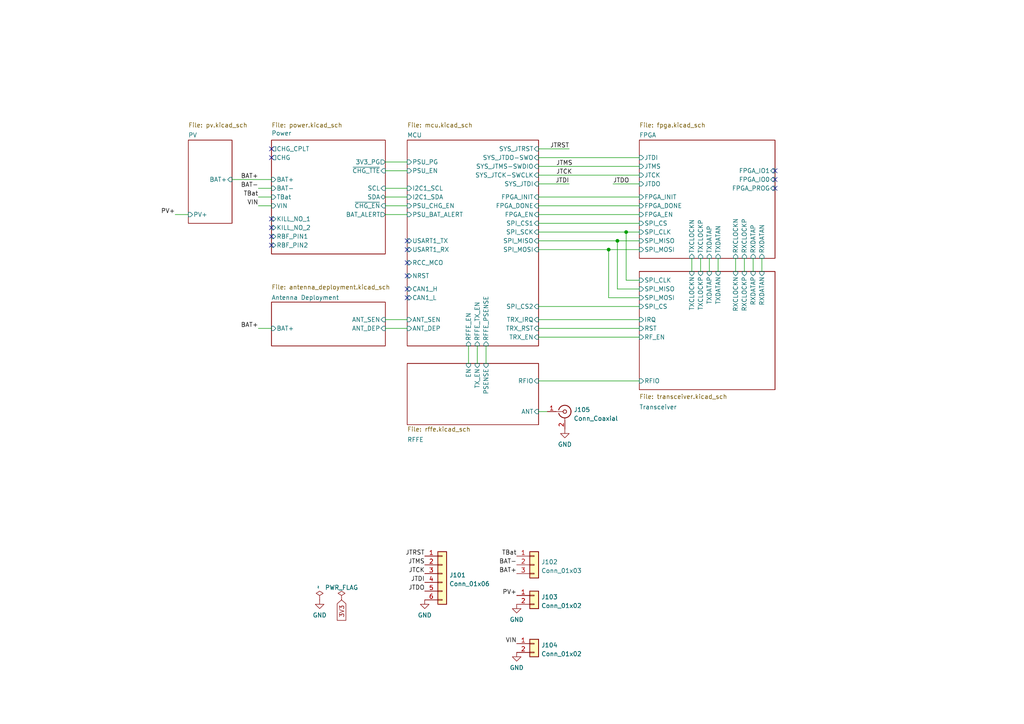
<source format=kicad_sch>
(kicad_sch (version 20211123) (generator eeschema)
  (paper "A4")
  (title_block (title "SIDLOC") (date "2022-03-16") (company "Libre Space Foundation"))
  (lib_symbols
    (symbol "Connector:Conn_Coaxial" (pin_names (offset 1.016) hide)
      (property "Reference" "J" (at 0.254 3.048 0))
      (property "Value" "Conn_Coaxial" (at 2.921 0 90))
      (symbol "Conn_Coaxial_0_1"
        (arc (start -1.778 -0.508) (mid 0.222 -1.808) (end 1.778 0) (stroke (width 0.254)))
        (polyline (pts (xy -2.54 0) (xy -0.508 0)))
        (polyline (pts (xy 0 -2.54) (xy 0 -1.778)))
        (circle (center 0 0) (radius 0.508) (stroke (width 0.2032)))
        (arc (start 1.778 0) (mid 0.222 1.8083) (end -1.778 0.508) (stroke (width 0.254)))
      )
      (symbol "Conn_Coaxial_1_1"
        (pin passive line (at -5.08 0 0) (length 2.54) (name "In") (number "1"))
        (pin passive line (at 0 -5.08 90) (length 2.54) (name "Ext") (number "2"))
      )
    )
    (symbol "Connector_Generic:Conn_01x02" (pin_names (offset 1.016) hide)
      (property "Reference" "J" (at 0 2.54 0))
      (property "Value" "Conn_01x02" (at 0 -5.08 0))
      (symbol "Conn_01x02_1_1"
        (rectangle (start -1.27 -2.413) (end 0 -2.667) (stroke (width 0.1524)))
        (rectangle (start -1.27 0.127) (end 0 -0.127) (stroke (width 0.1524)))
        (rectangle (start -1.27 1.27) (end 1.27 -3.81) (stroke (width 0.254)) (fill (type background)))
        (pin passive line (at -5.08 0 0) (length 3.81) (name "Pin_1") (number "1"))
        (pin passive line (at -5.08 -2.54 0) (length 3.81) (name "Pin_2") (number "2"))
      )
    )
    (symbol "Connector_Generic:Conn_01x03" (pin_names (offset 1.016) hide)
      (property "Reference" "J" (at 0 5.08 0))
      (property "Value" "Conn_01x03" (at 0 -5.08 0))
      (symbol "Conn_01x03_1_1"
        (rectangle (start -1.27 -2.413) (end 0 -2.667) (stroke (width 0.1524)))
        (rectangle (start -1.27 0.127) (end 0 -0.127) (stroke (width 0.1524)))
        (rectangle (start -1.27 2.667) (end 0 2.413) (stroke (width 0.1524)))
        (rectangle (start -1.27 3.81) (end 1.27 -3.81) (stroke (width 0.254)) (fill (type background)))
        (pin passive line (at -5.08 2.54 0) (length 3.81) (name "Pin_1") (number "1"))
        (pin passive line (at -5.08 0 0) (length 3.81) (name "Pin_2") (number "2"))
        (pin passive line (at -5.08 -2.54 0) (length 3.81) (name "Pin_3") (number "3"))
      )
    )
    (symbol "Connector_Generic:Conn_01x06" (pin_names (offset 1.016) hide)
      (property "Reference" "J" (at 0 7.62 0))
      (property "Value" "Conn_01x06" (at 0 -10.16 0))
      (symbol "Conn_01x06_1_1"
        (rectangle (start -1.27 -7.493) (end 0 -7.747) (stroke (width 0.1524)))
        (rectangle (start -1.27 -4.953) (end 0 -5.207) (stroke (width 0.1524)))
        (rectangle (start -1.27 -2.413) (end 0 -2.667) (stroke (width 0.1524)))
        (rectangle (start -1.27 0.127) (end 0 -0.127) (stroke (width 0.1524)))
        (rectangle (start -1.27 2.667) (end 0 2.413) (stroke (width 0.1524)))
        (rectangle (start -1.27 5.207) (end 0 4.953) (stroke (width 0.1524)))
        (rectangle (start -1.27 6.35) (end 1.27 -8.89) (stroke (width 0.254)) (fill (type background)))
        (pin passive line (at -5.08 5.08 0) (length 3.81) (name "Pin_1") (number "1"))
        (pin passive line (at -5.08 2.54 0) (length 3.81) (name "Pin_2") (number "2"))
        (pin passive line (at -5.08 0 0) (length 3.81) (name "Pin_3") (number "3"))
        (pin passive line (at -5.08 -2.54 0) (length 3.81) (name "Pin_4") (number "4"))
        (pin passive line (at -5.08 -5.08 0) (length 3.81) (name "Pin_5") (number "5"))
        (pin passive line (at -5.08 -7.62 0) (length 3.81) (name "Pin_6") (number "6"))
      )
    )
    (symbol "power:GND" (power) (pin_names (offset 0))
      (property "Value" "GND" (at 0 -3.81 0))
      (symbol "GND_0_1"
        (polyline (pts (xy 0 0) (xy 0 -1.27) (xy 1.27 -1.27) (xy 0 -2.54) (xy -1.27 -1.27) (xy 0 -1.27)))
      )
      (symbol "GND_1_1"
        (pin power_in line (at 0 0 270) (length 0) hide (name "GND") (number "1"))
      )
    )
    (symbol "power:PWR_FLAG" (power) (pin_numbers hide) (pin_names (offset 0) hide)
      (property "Value" "PWR_FLAG" (at 0 3.81 0))
      (symbol "PWR_FLAG_0_0"
        (pin power_out line (at 0 0 90) (length 0) (name "pwr") (number "1"))
      )
      (symbol "PWR_FLAG_0_1"
        (polyline (pts (xy 0 0) (xy 0 1.27) (xy -1.016 1.905) (xy 0 2.54) (xy 1.016 1.905) (xy 0 1.27)))
      )
    )
  )
  (junction (at 176.53 72.39))
  (junction (at 179.07 69.85))
  (junction (at 181.61 67.31))
  (no_connect (at 78.74 63.5))
  (no_connect (at 78.74 71.12))
  (no_connect (at 78.74 66.04))
  (no_connect (at 78.74 68.58))
  (no_connect (at 78.74 45.72))
  (no_connect (at 78.74 43.18))
  (no_connect (at 224.79 52.07))
  (no_connect (at 224.79 49.53))
  (no_connect (at 224.79 54.61))
  (no_connect (at 118.11 69.85))
  (no_connect (at 118.11 72.39))
  (no_connect (at 118.11 83.82))
  (no_connect (at 118.11 86.36))
  (no_connect (at 118.11 80.01))
  (no_connect (at 118.11 76.2))
  (wire (pts (xy 185.42 83.82) (xy 179.07 83.82)))
  (wire (pts (xy 156.21 43.18) (xy 165.1 43.18)))
  (wire (pts (xy 156.21 59.69) (xy 185.42 59.69)))
  (wire (pts (xy 156.21 92.71) (xy 185.42 92.71)))
  (wire (pts (xy 185.42 86.36) (xy 176.53 86.36)))
  (wire (pts (xy 156.21 67.31) (xy 181.61 67.31)))
  (wire (pts (xy 156.21 50.8) (xy 185.42 50.8)))
  (wire (pts (xy 156.21 69.85) (xy 179.07 69.85)))
  (wire (pts (xy 177.8 53.34) (xy 185.42 53.34)))
  (wire (pts (xy 111.76 62.23) (xy 118.11 62.23)))
  (wire (pts (xy 156.21 62.23) (xy 185.42 62.23)))
  (wire (pts (xy 156.21 97.79) (xy 185.42 97.79)))
  (wire (pts (xy 203.2 74.93) (xy 203.2 78.74)))
  (wire (pts (xy 111.76 95.25) (xy 118.11 95.25)))
  (wire (pts (xy 111.76 59.69) (xy 118.11 59.69)))
  (wire (pts (xy 111.76 49.53) (xy 118.11 49.53)))
  (wire (pts (xy 156.21 57.15) (xy 185.42 57.15)))
  (wire (pts (xy 176.53 72.39) (xy 185.42 72.39)))
  (wire (pts (xy 200.66 74.93) (xy 200.66 78.74)))
  (wire (pts (xy 74.93 95.25) (xy 78.74 95.25)))
  (wire (pts (xy 205.74 74.93) (xy 205.74 78.74)))
  (wire (pts (xy 156.21 119.38) (xy 158.75 119.38)))
  (wire (pts (xy 156.21 53.34) (xy 165.1 53.34)))
  (wire (pts (xy 156.21 64.77) (xy 185.42 64.77)))
  (wire (pts (xy 181.61 67.31) (xy 185.42 67.31)))
  (wire (pts (xy 220.98 74.93) (xy 220.98 78.74)))
  (wire (pts (xy 176.53 72.39) (xy 176.53 86.36)))
  (wire (pts (xy 156.21 45.72) (xy 185.42 45.72)))
  (wire (pts (xy 179.07 69.85) (xy 185.42 69.85)))
  (wire (pts (xy 78.74 57.15) (xy 74.93 57.15)))
  (wire (pts (xy 156.21 110.49) (xy 185.42 110.49)))
  (wire (pts (xy 135.89 100.33) (xy 135.89 105.41)))
  (wire (pts (xy 185.42 81.28) (xy 181.61 81.28)))
  (wire (pts (xy 156.21 48.26) (xy 185.42 48.26)))
  (wire (pts (xy 218.44 74.93) (xy 218.44 78.74)))
  (wire (pts (xy 138.43 100.33) (xy 138.43 105.41)))
  (wire (pts (xy 78.74 59.69) (xy 74.93 59.69)))
  (wire (pts (xy 111.76 54.61) (xy 118.11 54.61)))
  (wire (pts (xy 213.36 74.93) (xy 213.36 78.74)))
  (wire (pts (xy 156.21 72.39) (xy 176.53 72.39)))
  (wire (pts (xy 215.9 74.93) (xy 215.9 78.74)))
  (wire (pts (xy 54.61 62.23) (xy 50.8 62.23)))
  (wire (pts (xy 111.76 46.99) (xy 118.11 46.99)))
  (wire (pts (xy 156.21 95.25) (xy 185.42 95.25)))
  (wire (pts (xy 156.21 88.9) (xy 185.42 88.9)))
  (wire (pts (xy 67.31 52.07) (xy 78.74 52.07)))
  (wire (pts (xy 179.07 69.85) (xy 179.07 83.82)))
  (wire (pts (xy 181.61 67.31) (xy 181.61 81.28)))
  (wire (pts (xy 208.28 74.93) (xy 208.28 78.74)))
  (wire (pts (xy 78.74 54.61) (xy 74.93 54.61)))
  (wire (pts (xy 111.76 92.71) (xy 118.11 92.71)))
  (wire (pts (xy 140.97 100.33) (xy 140.97 105.41)))
  (wire (pts (xy 111.76 57.15) (xy 118.11 57.15)))
  (label "PV+" (at 50.8 62.23 180))
  (label "JTDO" (at 123.19 171.45 180))
  (label "TBat" (at 74.93 57.15 180))
  (label "JTDO" (at 177.8 53.34 0))
  (label "BAT+" (at 74.93 95.25 180))
  (label "JTDI" (at 123.19 168.91 180))
  (label "JTRST" (at 123.19 161.29 180))
  (label "JTRST" (at 165.1 43.18 180))
  (label "JTMS" (at 161.29 48.26 0))
  (label "JTMS" (at 123.19 163.83 180))
  (label "PV+" (at 149.86 172.72 180))
  (label "JTCK" (at 123.19 166.37 180))
  (label "JTDI" (at 165.1 53.34 180))
  (label "BAT-" (at 149.86 163.83 180))
  (label "VIN" (at 74.93 59.69 180))
  (label "JTCK" (at 161.29 50.8 0))
  (label "BAT+" (at 74.93 52.07 180))
  (label "VIN" (at 149.86 186.69 180))
  (label "BAT-" (at 74.93 54.61 180))
  (label "TBat" (at 149.86 161.29 180))
  (label "BAT+" (at 149.86 166.37 180))
  (global_label "3V3" (shape input) (at 99.06 173.99 270) (property "Intersheet References" "${INTERSHEET_REFS}" (effects hide)))
  (symbol (lib_id "power:GND") (at 149.86 189.23 0) (unit 1)
    (property "Reference" "#PWR0103" (effects hide))
    (property "Value" "GND" (at 149.86 193.6734 0))
  )
  (symbol (lib_id "power:GND") (at 163.83 124.46 0) (unit 1)
    (property "Reference" "#PWR0104" (effects hide))
    (property "Value" "GND" (at 163.83 128.9034 0))
  )
  (symbol (lib_id "power:PWR_FLAG") (at 99.06 173.99 0) (unit 1)
    (property "Reference" "#FLG0102" (effects hide))
    (property "Value" "PWR_FLAG" (at 99.06 170.4142 0))
  )
  (symbol (lib_id "Connector_Generic:Conn_01x02") (at 154.94 172.72 0) (unit 1)
    (property "Reference" "J103" (at 156.972 173.1553 0) (effects (justify left)))
    (property "Value" "Conn_01x02" (at 156.972 175.6922 0) (effects (justify left)))
  )
  (symbol (lib_id "power:PWR_FLAG") (at 92.71 173.99 0) (unit 1)
    (property "Reference" "#FLG0101" (effects hide))
    (property "Value" "~" (at 92.2762 170.8151 90) (effects (justify left)))
  )
  (symbol (lib_id "power:GND") (at 149.86 175.26 0) (unit 1)
    (property "Reference" "#PWR0102" (effects hide))
    (property "Value" "GND" (at 149.86 179.7034 0))
  )
  (symbol (lib_id "Connector_Generic:Conn_01x02") (at 154.94 186.69 0) (unit 1)
    (property "Reference" "J104" (at 156.972 187.1253 0) (effects (justify left)))
    (property "Value" "Conn_01x02" (at 156.972 189.6622 0) (effects (justify left)))
  )
  (symbol (lib_id "Connector_Generic:Conn_01x03") (at 154.94 163.83 0) (unit 1)
    (property "Reference" "J102" (at 156.972 162.9953 0) (effects (justify left)))
    (property "Value" "Conn_01x03" (at 156.972 165.5322 0) (effects (justify left)))
  )
  (symbol (lib_id "power:GND") (at 123.19 173.99 0) (unit 1)
    (property "Reference" "#PWR0101" (effects hide))
    (property "Value" "GND" (at 123.19 178.4334 0))
  )
  (symbol (lib_id "Connector_Generic:Conn_01x06") (at 128.27 166.37 0) (unit 1)
    (property "Reference" "J101" (at 130.302 166.8053 0) (effects (justify left)))
    (property "Value" "Conn_01x06" (at 130.302 169.3422 0) (effects (justify left)))
  )
  (symbol (lib_id "power:GND") (at 92.71 173.99 0) (unit 1)
    (property "Reference" "#PWR0105" (effects hide))
    (property "Value" "GND" (at 92.71 178.4334 0))
  )
  (symbol (lib_id "Connector:Conn_Coaxial") (at 163.83 119.38 0) (unit 1)
    (property "Reference" "J105" (at 166.37 118.8385 0) (effects (justify left)))
    (property "Value" "Conn_Coaxial" (at 166.37 121.3754 0) (effects (justify left)))
    (property "Datasheet" " ~" (effects hide))
  )
  (sheet (at 54.61 40.64) (size 12.7 24.13) (stroke (width 0.1524))
    (property "Sheet name" "PV" (at 54.61 39.9284 0) (effects (justify left bottom)))
    (property "Sheet file" "pv.kicad_sch" (at 54.61 35.56 0) (effects (justify left top)))
    (pin "PV+" input (at 54.61 62.23 180))
    (pin "BAT+" input (at 67.31 52.07 0))
  )
  (sheet (at 185.42 78.74) (size 39.37 34.29) (stroke (width 0.1524))
    (property "Sheet name" "Transceiver" (at 185.42 118.7954 0) (effects (justify left bottom)))
    (property "Sheet file" "transceiver.kicad_sch" (at 185.42 114.3 0) (effects (justify left top)))
    (pin "TXDATAP" input (at 205.74 78.74 90))
    (pin "TXDATAN" input (at 208.28 78.74 90))
    (pin "TXCLOCKN" input (at 200.66 78.74 90))
    (pin "TXCLOCKP" input (at 203.2 78.74 90))
    (pin "RXCLOCKP" input (at 215.9 78.74 90))
    (pin "RXCLOCKN" input (at 213.36 78.74 90))
    (pin "RXDATAP" input (at 218.44 78.74 90))
    (pin "RXDATAN" input (at 220.98 78.74 90))
    (pin "SPI_MOSI" input (at 185.42 86.36 180))
    (pin "SPI_CLK" input (at 185.42 81.28 180))
    (pin "SPI_CS" input (at 185.42 88.9 180))
    (pin "SPI_MISO" input (at 185.42 83.82 180))
    (pin "IRQ" input (at 185.42 92.71 180))
    (pin "RST" input (at 185.42 95.25 180))
    (pin "RFIO" input (at 185.42 110.49 180))
    (pin "RF_EN" input (at 185.42 97.79 180))
  )
  (sheet (at 118.11 105.41) (size 38.1 17.78) (stroke (width 0.1524))
    (property "Sheet name" "RFFE" (at 118.11 128.27 0) (effects (justify left bottom)))
    (property "Sheet file" "rffe.kicad_sch" (at 118.11 123.7746 0) (effects (justify left top)))
    (pin "EN" input (at 135.89 105.41 90))
    (pin "TX_EN" input (at 138.43 105.41 90))
    (pin "RFIO" input (at 156.21 110.49 0))
    (pin "ANT" input (at 156.21 119.38 0))
    (pin "PSENSE" input (at 140.97 105.41 90))
  )
  (sheet (at 78.74 40.64) (size 33.02 33.02) (stroke (width 0.1524))
    (property "Sheet name" "Power" (at 78.74 39.37 0) (effects (justify left bottom)))
    (property "Sheet file" "power.kicad_sch" (at 78.74 35.56 0) (effects (justify left top)))
    (pin "TBat" input (at 78.74 57.15 180))
    (pin "SCL" input (at 111.76 54.61 0))
    (pin "BAT+" input (at 78.74 52.07 180))
    (pin "BAT-" input (at 78.74 54.61 180))
    (pin "3V3_PG" output (at 111.76 46.99 0))
    (pin "SDA" bidirectional (at 111.76 57.15 0))
    (pin "BAT_ALERT" output (at 111.76 62.23 0))
    (pin "CHG_CPLT" output (at 78.74 43.18 180))
    (pin "CHG" output (at 78.74 45.72 180))
    (pin "VIN" input (at 78.74 59.69 180))
    (pin "~{CHG_EN}" input (at 111.76 59.69 0))
    (pin "~{CHG_TTE}" input (at 111.76 49.53 0))
    (pin "RBF_PIN2" input (at 78.74 71.12 180))
    (pin "KILL_NO_2" input (at 78.74 66.04 180))
    (pin "RBF_PIN1" input (at 78.74 68.58 180))
    (pin "KILL_NO_1" input (at 78.74 63.5 180))
  )
  (sheet (at 185.42 40.64) (size 39.37 34.29) (stroke (width 0.1524))
    (property "Sheet name" "FPGA" (at 185.42 39.9284 0) (effects (justify left bottom)))
    (property "Sheet file" "fpga.kicad_sch" (at 185.42 35.56 0) (effects (justify left top)))
    (pin "JTDO" input (at 185.42 53.34 180))
    (pin "JTMS" input (at 185.42 48.26 180))
    (pin "JTCK" input (at 185.42 50.8 180))
    (pin "JTDI" input (at 185.42 45.72 180))
    (pin "FPGA_DONE" input (at 185.42 59.69 180))
    (pin "FPGA_INIT" input (at 185.42 57.15 180))
    (pin "FPGA_PROG" input (at 224.79 54.61 0))
    (pin "FPGA_IO0" input (at 224.79 52.07 0))
    (pin "FPGA_IO1" input (at 224.79 49.53 0))
    (pin "SPI_MISO" input (at 185.42 69.85 180))
    (pin "SPI_MOSI" input (at 185.42 72.39 180))
    (pin "SPI_CLK" input (at 185.42 67.31 180))
    (pin "SPI_CS" input (at 185.42 64.77 180))
    (pin "TXCLOCKN" input (at 200.66 74.93 270))
    (pin "TXCLOCKP" input (at 203.2 74.93 270))
    (pin "TXDATAP" input (at 205.74 74.93 270))
    (pin "TXDATAN" input (at 208.28 74.93 270))
    (pin "RXCLOCKN" input (at 213.36 74.93 270))
    (pin "RXCLOCKP" input (at 215.9 74.93 270))
    (pin "RXDATAP" input (at 218.44 74.93 270))
    (pin "RXDATAN" input (at 220.98 74.93 270))
    (pin "FPGA_EN" input (at 185.42 62.23 180))
  )
  (sheet (at 118.11 40.64) (size 38.1 59.69) (stroke (width 0.1524))
    (property "Sheet name" "MCU" (at 118.11 39.9284 0) (effects (justify left bottom)))
    (property "Sheet file" "mcu.kicad_sch" (at 118.11 35.56 0) (effects (justify left top)))
    (pin "USART1_TX" input (at 118.11 69.85 180))
    (pin "SYS_JTDO-SWO" input (at 156.21 45.72 0))
    (pin "USART1_RX" input (at 118.11 72.39 180))
    (pin "SYS_JTRST" input (at 156.21 43.18 0))
    (pin "SYS_JTMS-SWDIO" input (at 156.21 48.26 0))
    (pin "SYS_JTCK-SWCLK" input (at 156.21 50.8 0))
    (pin "SYS_JTDI" input (at 156.21 53.34 0))
    (pin "I2C1_SCL" input (at 118.11 54.61 180))
    (pin "RCC_MCO" input (at 118.11 76.2 180))
    (pin "I2C1_SDA" input (at 118.11 57.15 180))
    (pin "NRST" input (at 118.11 80.01 180))
    (pin "CAN1_H" input (at 118.11 83.82 180))
    (pin "CAN1_L" input (at 118.11 86.36 180))
    (pin "SPI_CS2" input (at 156.21 88.9 0))
    (pin "RFFE_EN" input (at 135.89 100.33 270))
    (pin "PSU_EN" input (at 118.11 49.53 180))
    (pin "TRX_IRQ" input (at 156.21 92.71 0))
    (pin "ANT_SEN" input (at 118.11 92.71 180))
    (pin "FPGA_DONE" input (at 156.21 59.69 0))
    (pin "RFFE_TX_EN" input (at 138.43 100.33 270))
    (pin "PSU_CHG_EN" input (at 118.11 59.69 180))
    (pin "TRX_EN" input (at 156.21 97.79 0))
    (pin "FPGA_EN" input (at 156.21 62.23 0))
    (pin "PSU_BAT_ALERT" input (at 118.11 62.23 180))
    (pin "RFFE_PSENSE" input (at 140.97 100.33 270))
    (pin "PSU_PG" input (at 118.11 46.99 180))
    (pin "TRX_RST" input (at 156.21 95.25 0))
    (pin "ANT_DEP" input (at 118.11 95.25 180))
    (pin "SPI_CS1" input (at 156.21 64.77 0))
    (pin "SPI_MISO" input (at 156.21 69.85 0))
    (pin "SPI_SCK" input (at 156.21 67.31 0))
    (pin "SPI_MOSI" input (at 156.21 72.39 0))
    (pin "FPGA_INIT" input (at 156.21 57.15 0))
  )
  (sheet (at 78.74 87.63) (size 33.02 12.7) (stroke (width 0.1524))
    (property "Sheet name" "Antenna Deployment" (at 78.74 87.0454 0) (effects (justify left bottom)))
    (property "Sheet file" "antenna_deployment.kicad_sch" (at 78.74 82.55 0) (effects (justify left top)))
    (pin "ANT_DEP" input (at 111.76 95.25 0))
    (pin "ANT_SEN" input (at 111.76 92.71 0))
    (pin "BAT+" input (at 78.74 95.25 180))
  )
)
</source>
